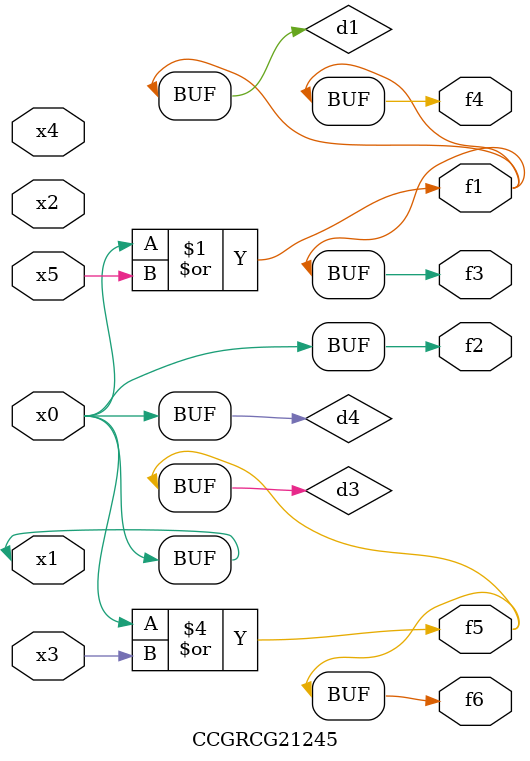
<source format=v>
module CCGRCG21245(
	input x0, x1, x2, x3, x4, x5,
	output f1, f2, f3, f4, f5, f6
);

	wire d1, d2, d3, d4;

	or (d1, x0, x5);
	xnor (d2, x1, x4);
	or (d3, x0, x3);
	buf (d4, x0, x1);
	assign f1 = d1;
	assign f2 = d4;
	assign f3 = d1;
	assign f4 = d1;
	assign f5 = d3;
	assign f6 = d3;
endmodule

</source>
